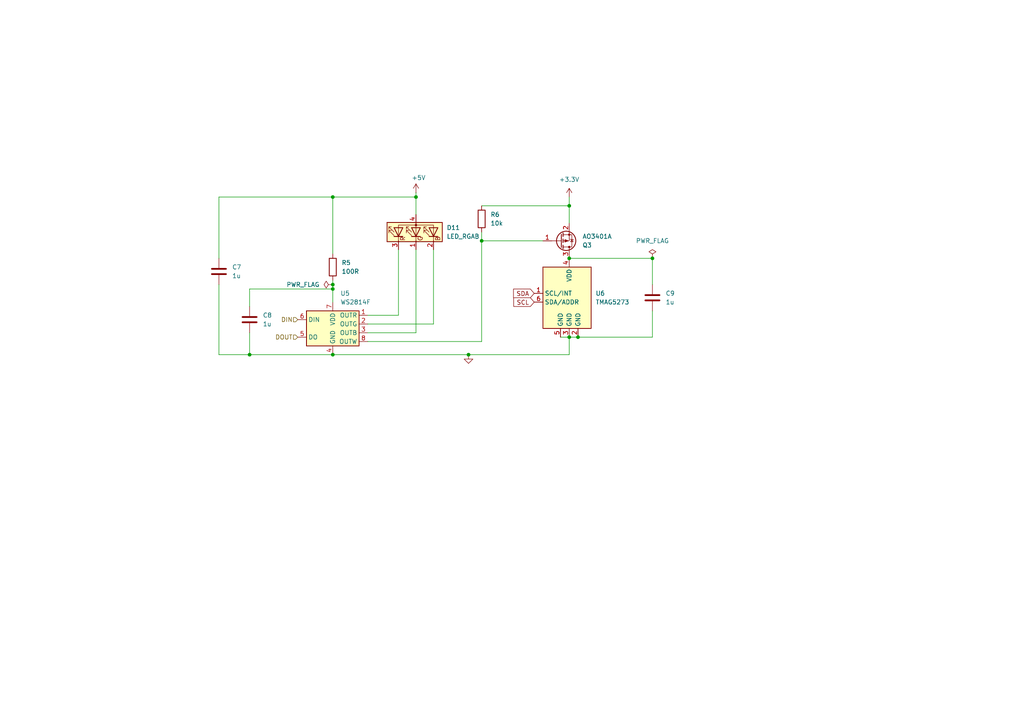
<source format=kicad_sch>
(kicad_sch (version 20231120) (generator "eeschema") (generator_version "8.0")
  (paper "A4")
  (lib_symbols
    (symbol "Device:C" (pin_numbers hide) (pin_names (offset 0.254))
      (property "Reference" "C" (at 0.635 2.54 0))
      (property "Value" "C" (at 0.635 -2.54 0))
      (symbol "C_0_1"
        (polyline (pts (xy -2.032 -0.762) (xy 2.032 -0.762)) (stroke (width 0.508)))
        (polyline (pts (xy -2.032 0.762) (xy 2.032 0.762)) (stroke (width 0.508)))
      )
      (symbol "C_1_1"
        (pin passive line (at 0 3.81 270) (length 2.794) (name "~") (number "1"))
        (pin passive line (at 0 -3.81 90) (length 2.794) (name "~") (number "2"))
      )
    )
    (symbol "Device:LED_GBRA" (pin_names (offset 0) hide)
      (property "Reference" "D" (at 0 9.398 0))
      (property "Value" "LED_GBRA" (at 0 -8.89 0))
      (symbol "LED_GBRA_0_0"
        (text "B" (at -1.905 -6.35 0) (effects (font (size 1.27 1.27))))
        (text "G" (at -1.905 -1.27 0) (effects (font (size 1.27 1.27))))
        (text "R" (at -1.905 3.81 0) (effects (font (size 1.27 1.27))))
      )
      (symbol "LED_GBRA_0_1"
        (polyline (pts (xy -1.27 -5.08) (xy -2.54 -5.08)))
        (polyline (pts (xy -1.27 -5.08) (xy 1.27 -5.08)))
        (polyline (pts (xy -1.27 -3.81) (xy -1.27 -6.35)) (stroke (width 0.254)))
        (polyline (pts (xy -1.27 0) (xy -2.54 0)))
        (polyline (pts (xy -1.27 1.27) (xy -1.27 -1.27)) (stroke (width 0.254)))
        (polyline (pts (xy -1.27 5.08) (xy -2.54 5.08)))
        (polyline (pts (xy -1.27 5.08) (xy 1.27 5.08)))
        (polyline (pts (xy -1.27 6.35) (xy -1.27 3.81)) (stroke (width 0.254)))
        (polyline (pts (xy 1.27 0) (xy -1.27 0)))
        (polyline (pts (xy 1.27 0) (xy 2.54 0)))
        (polyline (pts (xy -1.27 1.27) (xy -1.27 -1.27) (xy -1.27 -1.27)))
        (polyline (pts (xy -1.27 6.35) (xy -1.27 3.81) (xy -1.27 3.81)))
        (polyline (pts (xy 1.27 -5.08) (xy 2.032 -5.08) (xy 2.032 5.08) (xy 1.27 5.08)))
        (polyline (pts (xy 1.27 -3.81) (xy 1.27 -6.35) (xy -1.27 -5.08) (xy 1.27 -3.81)) (stroke (width 0.254)))
        (polyline (pts (xy 1.27 1.27) (xy 1.27 -1.27) (xy -1.27 0) (xy 1.27 1.27)) (stroke (width 0.254)))
        (polyline (pts (xy 1.27 6.35) (xy 1.27 3.81) (xy -1.27 5.08) (xy 1.27 6.35)) (stroke (width 0.254)))
        (polyline (pts (xy -1.016 -3.81) (xy 0.508 -2.286) (xy -0.254 -2.286) (xy 0.508 -2.286) (xy 0.508 -3.048)))
        (polyline (pts (xy -1.016 1.27) (xy 0.508 2.794) (xy -0.254 2.794) (xy 0.508 2.794) (xy 0.508 2.032)))
        (polyline (pts (xy -1.016 6.35) (xy 0.508 7.874) (xy -0.254 7.874) (xy 0.508 7.874) (xy 0.508 7.112)))
        (polyline (pts (xy 0 -3.81) (xy 1.524 -2.286) (xy 0.762 -2.286) (xy 1.524 -2.286) (xy 1.524 -3.048)))
        (polyline (pts (xy 0 1.27) (xy 1.524 2.794) (xy 0.762 2.794) (xy 1.524 2.794) (xy 1.524 2.032)))
        (polyline (pts (xy 0 6.35) (xy 1.524 7.874) (xy 0.762 7.874) (xy 1.524 7.874) (xy 1.524 7.112)))
        (rectangle (start 1.27 -1.27) (end 1.27 1.27))
        (rectangle (start 1.27 1.27) (end 1.27 1.27))
        (rectangle (start 1.27 3.81) (end 1.27 6.35))
        (rectangle (start 1.27 6.35) (end 1.27 6.35))
        (circle (center 2.032 0) (radius 0.254) (fill (type outline)))
        (rectangle (start 2.794 8.382) (end -2.794 -7.62) (stroke (width 0.254)) (fill (type background)))
      )
      (symbol "LED_GBRA_1_1"
        (pin passive line (at -5.08 0 0) (length 2.54) (name "GK") (number "1"))
        (pin passive line (at -5.08 -5.08 0) (length 2.54) (name "BK") (number "2"))
        (pin passive line (at -5.08 5.08 0) (length 2.54) (name "RK") (number "3"))
        (pin passive line (at 5.08 0 180) (length 2.54) (name "A") (number "4"))
      )
    )
    (symbol "Device:R" (pin_numbers hide) (pin_names (offset 0))
      (property "Reference" "R" (at 2.032 0 90))
      (property "Value" "R" (at 0 0 90))
      (symbol "R_0_1"
        (rectangle (start -1.016 -2.54) (end 1.016 2.54) (stroke (width 0.254)))
      )
      (symbol "R_1_1"
        (pin passive line (at 0 3.81 270) (length 1.27) (name "~") (number "1"))
        (pin passive line (at 0 -3.81 90) (length 1.27) (name "~") (number "2"))
      )
    )
    (symbol "Driver_LED:WS2811"
      (property "Reference" "U2" (at 2.1941 10.16 0))
      (property "Value" "WS2811" (at 2.1941 7.62 0))
      (symbol "WS2811_0_1"
        (rectangle (start -7.62 5.08) (end 7.62 -5.08) (stroke (width 0.254)) (fill (type background)))
      )
      (symbol "WS2811_1_1"
        (pin output line (at 10.16 3.81 180) (length 2.54) (name "OUTR") (number "1"))
        (pin output line (at 10.16 1.27 180) (length 2.54) (name "OUTG") (number "2"))
        (pin output line (at 10.16 -1.27 180) (length 2.54) (name "OUTB") (number "3"))
        (pin power_in line (at 0 -7.62 90) (length 2.54) (name "GND") (number "4"))
        (pin output line (at -10.16 -2.54 0) (length 2.54) (name "DO") (number "5"))
        (pin input line (at -10.16 2.54 0) (length 2.54) (name "DIN") (number "6"))
        (pin power_in line (at 0 7.62 270) (length 2.54) (name "VDD") (number "7"))
        (pin output line (at 10.16 -3.81 180) (length 2.54) (name "OUTW") (number "8"))
      )
    )
    (symbol "Sensor_Magnetic:TLV493D"
      (property "Reference" "U" (at -6.35 11.43 0))
      (property "Value" "TLV493D" (at 5.08 11.43 0))
      (symbol "TLV493D_0_1"
        (rectangle (start -7.62 10.16) (end 6.35 -7.62) (stroke (width 0.254)) (fill (type background)))
      )
      (symbol "TLV493D_1_1"
        (pin bidirectional line (at -10.16 2.54 0) (length 2.54) (name "SCL/INT") (number "1"))
        (pin power_in line (at 2.54 -10.16 90) (length 2.54) (name "GND") (number "2"))
        (pin power_in line (at 0 -10.16 90) (length 2.54) (name "GND") (number "3"))
        (pin power_in line (at 0 12.7 270) (length 2.54) (name "VDD") (number "4"))
        (pin power_in line (at -2.54 -10.16 90) (length 2.54) (name "GND") (number "5"))
        (pin bidirectional line (at -10.16 0 0) (length 2.54) (name "SDA/ADDR") (number "6"))
      )
    )
    (symbol "Transistor_FET:AO3401A" (pin_names hide)
      (property "Reference" "Q" (at 5.08 1.905 0))
      (property "Value" "AO3401A" (at 5.08 0 0))
      (symbol "AO3401A_0_1"
        (polyline (pts (xy 0.254 0) (xy -2.54 0)))
        (polyline (pts (xy 0.254 1.905) (xy 0.254 -1.905)) (stroke (width 0.254)))
        (polyline (pts (xy 0.762 -1.27) (xy 0.762 -2.286)) (stroke (width 0.254)))
        (polyline (pts (xy 0.762 0.508) (xy 0.762 -0.508)) (stroke (width 0.254)))
        (polyline (pts (xy 0.762 2.286) (xy 0.762 1.27)) (stroke (width 0.254)))
        (polyline (pts (xy 2.54 2.54) (xy 2.54 1.778)))
        (polyline (pts (xy 2.54 -2.54) (xy 2.54 0) (xy 0.762 0)))
        (polyline (pts (xy 0.762 1.778) (xy 3.302 1.778) (xy 3.302 -1.778) (xy 0.762 -1.778)))
        (polyline (pts (xy 2.286 0) (xy 1.27 0.381) (xy 1.27 -0.381) (xy 2.286 0)) (fill (type outline)))
        (polyline (pts (xy 2.794 -0.508) (xy 2.921 -0.381) (xy 3.683 -0.381) (xy 3.81 -0.254)))
        (polyline (pts (xy 3.302 -0.381) (xy 2.921 0.254) (xy 3.683 0.254) (xy 3.302 -0.381)))
        (circle (center 1.651 0) (radius 2.794) (stroke (width 0.254)))
        (circle (center 2.54 -1.778) (radius 0.254) (fill (type outline)))
        (circle (center 2.54 1.778) (radius 0.254) (fill (type outline)))
      )
      (symbol "AO3401A_1_1"
        (pin input line (at -5.08 0 0) (length 2.54) (name "G") (number "1"))
        (pin passive line (at 2.54 -5.08 90) (length 2.54) (name "S") (number "2"))
        (pin passive line (at 2.54 5.08 270) (length 2.54) (name "D") (number "3"))
      )
    )
    (symbol "power:+3V3" (power) (pin_numbers hide) (pin_names (offset 0) hide)
      (property "Value" "+3V3" (at 0 3.556 0))
      (symbol "+3V3_0_1"
        (polyline (pts (xy -0.762 1.27) (xy 0 2.54)))
        (polyline (pts (xy 0 0) (xy 0 2.54)))
        (polyline (pts (xy 0 2.54) (xy 0.762 1.27)))
      )
      (symbol "+3V3_1_1"
        (pin power_in line (at 0 0 90) (length 0) (name "~") (number "1"))
      )
    )
    (symbol "power:GND" (power) (pin_numbers hide) (pin_names (offset 0) hide)
      (property "Value" "GND" (at 0 -3.81 0))
      (symbol "GND_0_1"
        (polyline (pts (xy 0 0) (xy 0 -1.27) (xy 1.27 -1.27) (xy 0 -2.54) (xy -1.27 -1.27) (xy 0 -1.27)))
      )
      (symbol "GND_1_1"
        (pin power_in line (at 0 0 270) (length 0) (name "~") (number "1"))
      )
    )
    (symbol "power:PWR_FLAG" (power) (pin_numbers hide) (pin_names (offset 0) hide)
      (property "Value" "PWR_FLAG" (at 0 3.81 0))
      (symbol "PWR_FLAG_0_0"
        (pin power_out line (at 0 0 90) (length 0) (name "~") (number "1"))
      )
      (symbol "PWR_FLAG_0_1"
        (polyline (pts (xy 0 0) (xy 0 1.27) (xy -1.016 1.905) (xy 0 2.54) (xy 1.016 1.905) (xy 0 1.27)))
      )
    )
    (symbol "power:VCC" (power) (pin_numbers hide) (pin_names (offset 0) hide)
      (property "Value" "VCC" (at 0 3.556 0))
      (symbol "VCC_0_1"
        (polyline (pts (xy -0.762 1.27) (xy 0 2.54)))
        (polyline (pts (xy 0 0) (xy 0 2.54)))
        (polyline (pts (xy 0 2.54) (xy 0.762 1.27)))
      )
      (symbol "VCC_1_1"
        (pin power_in line (at 0 0 90) (length 0) (name "~") (number "1"))
      )
    )
  )
  (junction (at 189.23 74.93))
  (junction (at 139.7 69.85))
  (junction (at 167.64 97.79))
  (junction (at 165.1 97.79))
  (junction (at 96.52 102.87))
  (junction (at 96.52 83.82))
  (junction (at 165.1 59.69))
  (junction (at 135.89 102.87))
  (junction (at 96.52 57.15))
  (junction (at 165.1 74.93))
  (junction (at 120.65 57.15))
  (junction (at 72.39 102.87))
  (junction (at 96.52 82.55))
  (wire (pts (xy 189.23 90.17) (xy 189.23 97.79)))
  (wire (pts (xy 106.68 99.06) (xy 139.7 99.06)))
  (wire (pts (xy 135.89 102.87) (xy 165.1 102.87)))
  (wire (pts (xy 165.1 97.79) (xy 167.64 97.79)))
  (wire (pts (xy 96.52 81.28) (xy 96.52 82.55)))
  (wire (pts (xy 63.5 82.55) (xy 63.5 102.87)))
  (wire (pts (xy 72.39 102.87) (xy 96.52 102.87)))
  (wire (pts (xy 189.23 74.93) (xy 189.23 82.55)))
  (wire (pts (xy 106.68 96.52) (xy 120.65 96.52)))
  (wire (pts (xy 120.65 57.15) (xy 120.65 62.23)))
  (wire (pts (xy 96.52 83.82) (xy 96.52 87.63)))
  (wire (pts (xy 96.52 57.15) (xy 120.65 57.15)))
  (wire (pts (xy 63.5 57.15) (xy 96.52 57.15)))
  (wire (pts (xy 167.64 97.79) (xy 189.23 97.79)))
  (wire (pts (xy 139.7 69.85) (xy 157.48 69.85)))
  (wire (pts (xy 72.39 96.52) (xy 72.39 102.87)))
  (wire (pts (xy 63.5 74.93) (xy 63.5 57.15)))
  (wire (pts (xy 139.7 69.85) (xy 139.7 99.06)))
  (wire (pts (xy 72.39 88.9) (xy 72.39 83.82)))
  (wire (pts (xy 96.52 82.55) (xy 96.52 83.82)))
  (wire (pts (xy 165.1 74.93) (xy 189.23 74.93)))
  (wire (pts (xy 162.56 97.79) (xy 165.1 97.79)))
  (wire (pts (xy 165.1 57.15) (xy 165.1 59.69)))
  (wire (pts (xy 139.7 67.31) (xy 139.7 69.85)))
  (wire (pts (xy 165.1 59.69) (xy 165.1 64.77)))
  (wire (pts (xy 115.57 91.44) (xy 106.68 91.44)))
  (wire (pts (xy 115.57 72.39) (xy 115.57 91.44)))
  (wire (pts (xy 96.52 102.87) (xy 135.89 102.87)))
  (wire (pts (xy 63.5 102.87) (xy 72.39 102.87)))
  (wire (pts (xy 165.1 97.79) (xy 165.1 102.87)))
  (wire (pts (xy 72.39 83.82) (xy 96.52 83.82)))
  (wire (pts (xy 120.65 72.39) (xy 120.65 96.52)))
  (wire (pts (xy 125.73 72.39) (xy 125.73 93.98)))
  (wire (pts (xy 120.65 55.88) (xy 120.65 57.15)))
  (wire (pts (xy 125.73 93.98) (xy 106.68 93.98)))
  (wire (pts (xy 139.7 59.69) (xy 165.1 59.69)))
  (wire (pts (xy 96.52 57.15) (xy 96.52 73.66)))
  (global_label "SCL" (shape input) (at 154.94 87.63 180) (property "Intersheetrefs" "${INTERSHEET_REFS}" (effects (hide yes))))
  (global_label "SDA" (shape input) (at 154.94 85.09 180) (property "Intersheetrefs" "${INTERSHEET_REFS}" (effects (hide yes))))
  (hierarchical_label "DOUT" (shape input) (at 86.36 97.79 180))
  (hierarchical_label "DIN" (shape input) (at 86.36 92.71 180))
  (symbol (lib_id "Device:LED_GBRA") (at 120.65 67.31 90) (unit 1)
    (property "Reference" "D11" (at 129.54 66.0399 90) (effects (justify right)))
    (property "Value" "LED_RGAB" (at 129.54 68.5799 90) (effects (justify right)))
    (property "Footprint" "LED_SMD:LED_RGB_Wuerth-PLCC4_3.2x2.8mm_150141M173100" (effects (hide yes)))
    (property "Description" "RGB LED, green/blue/red/anode" (effects (hide yes)))
    (property "got" "XINGLIGHT XL-3227RGB-RF" (effects (hide yes)))
    (property "gotnum" "100" (effects (hide yes)))
    (instances (project "chessboard2" (path "" (reference "D11") (unit 1)) (path "" (reference "D9") (unit 1)) (path "" (reference "D10") (unit 1)) (path "" (reference "D12") (unit 1)) (path "" (reference "D13") (unit 1)) (path "" (reference "D14") (unit 1)) (path "" (reference "D15") (unit 1)) (path "" (reference "D16") (unit 1))))
  )
  (symbol (lib_id "Device:C") (at 63.5 78.74 0) (unit 1)
    (property "Reference" "C7" (at 67.31 77.4699 0) (effects (justify left)))
    (property "Value" "1u" (at 67.31 80.0099 0) (effects (justify left)))
    (property "Footprint" "Capacitor_SMD:C_0603_1608Metric_Pad1.08x0.95mm_HandSolder" (effects (hide yes)))
    (property "Description" "Unpolarized capacitor" (effects (hide yes)))
    (property "got" "CL10A105KB8NNNC" (effects (hide yes)))
    (property "gotnum" "600" (effects (hide yes)))
    (instances (project "chessboard2" (path "" (reference "C7") (unit 1)) (path "" (reference "C19") (unit 1)) (path "" (reference "C22") (unit 1)) (path "" (reference "C16") (unit 1)) (path "" (reference "C13") (unit 1)) (path "" (reference "C1") (unit 1)) (path "" (reference "C10") (unit 1)) (path "" (reference "C4") (unit 1))))
  )
  (symbol (lib_id "power:PWR_FLAG") (at 189.23 74.93 0) (unit 1)
    (property "Reference" "#FLG04" (effects (hide yes)))
    (property "Value" "PWR_FLAG" (at 189.23 69.85 0))
    (property "Description" "Special symbol for telling ERC where power comes from" (effects (hide yes)))
    (instances (project "chessboard2" (path "" (reference "#FLG04") (unit 1)) (path "" (reference "#FLG05") (unit 1)) (path "" (reference "#FLG06") (unit 1)) (path "" (reference "#FLG07") (unit 1)) (path "" (reference "#FLG08") (unit 1)) (path "" (reference "#FLG09") (unit 1)) (path "" (reference "#FLG010") (unit 1)) (path "" (reference "#FLG011") (unit 1))))
  )
  (symbol (lib_id "power:GND") (at 135.89 102.87 0) (unit 1)
    (property "Reference" "#PWR010" (effects (hide yes)))
    (property "Value" "GND" (effects (hide yes)))
    (property "Description" "Power symbol creates a global label with name \"GND\" , ground" (effects (hide yes)))
    (instances (project "chessboard2" (path "" (reference "#PWR010") (unit 1)) (path "" (reference "#PWR022") (unit 1)) (path "" (reference "#PWR025") (unit 1)) (path "" (reference "#PWR019") (unit 1)) (path "" (reference "#PWR016") (unit 1)) (path "" (reference "#PWR02") (unit 1)) (path "" (reference "#PWR013") (unit 1)) (path "" (reference "#PWR07") (unit 1))))
  )
  (symbol (lib_id "power:PWR_FLAG") (at 96.52 82.55 90) (unit 1)
    (property "Reference" "#FLG012" (effects (hide yes)))
    (property "Value" "PWR_FLAG" (at 92.71 82.5499 90) (effects (justify left)))
    (property "Description" "Special symbol for telling ERC where power comes from" (effects (hide yes)))
    (instances (project "chessboard2" (path "" (reference "#FLG012") (unit 1)) (path "" (reference "#FLG013") (unit 1)) (path "" (reference "#FLG014") (unit 1)) (path "" (reference "#FLG015") (unit 1)) (path "" (reference "#FLG016") (unit 1)) (path "" (reference "#FLG017") (unit 1)) (path "" (reference "#FLG018") (unit 1)) (path "" (reference "#FLG019") (unit 1))))
  )
  (symbol (lib_id "Device:R") (at 96.52 77.47 0) (unit 1)
    (property "Reference" "R5" (at 99.06 76.1999 0) (effects (justify left)))
    (property "Value" "100R" (at 99.06 78.7399 0) (effects (justify left)))
    (property "Footprint" "Resistor_SMD:R_0603_1608Metric_Pad0.98x0.95mm_HandSolder" (effects (hide yes)))
    (property "Description" "Resistor" (effects (hide yes)))
    (property "got" " RC0603FR-07100RL" (effects (hide yes)))
    (property "gotnum" "1000" (effects (hide yes)))
    (instances (project "chessboard2" (path "" (reference "R5") (unit 1)) (path "" (reference "R13") (unit 1)) (path "" (reference "R15") (unit 1)) (path "" (reference "R11") (unit 1)) (path "" (reference "R9") (unit 1)) (path "" (reference "R1") (unit 1)) (path "" (reference "R7") (unit 1)) (path "" (reference "R3") (unit 1))))
  )
  (symbol (lib_id "Driver_LED:WS2811") (at 96.52 95.25 0) (unit 1)
    (property "Reference" "U5" (at 98.7141 85.09 0) (effects (justify left)))
    (property "Value" "WS2814F" (at 98.7141 87.63 0) (effects (justify left)))
    (property "Footprint" "0chessbot:FSOP-8" (effects (hide yes)))
    (property "Datasheet" "https://cdn-shop.adafruit.com/datasheets/WS2811.pdf" (effects (hide yes)))
    (property "Description" "3-Channel 8-Bit PWM LED Driver, DIP-8/SOIC-8" (effects (hide yes)))
    (property "got" "WS2814F" (effects (hide yes)))
    (property "gotnum" "100" (effects (hide yes)))
    (instances (project "chessboard2" (path "" (reference "U5") (unit 1)) (path "" (reference "U13") (unit 1)) (path "" (reference "U15") (unit 1)) (path "" (reference "U11") (unit 1)) (path "" (reference "U9") (unit 1)) (path "" (reference "U1") (unit 1)) (path "" (reference "U7") (unit 1)) (path "" (reference "U3") (unit 1))))
  )
  (symbol (lib_id "power:VCC") (at 120.65 55.88 0) (unit 1)
    (property "Reference" "#PWR09" (effects (hide yes)))
    (property "Value" "+5V" (at 119.38 51.562 0) (effects (justify left)))
    (property "Description" "Power symbol creates a global label with name \"VCC\"" (effects (hide yes)))
    (instances (project "chessboard2" (path "" (reference "#PWR09") (unit 1)) (path "" (reference "#PWR021") (unit 1)) (path "" (reference "#PWR024") (unit 1)) (path "" (reference "#PWR018") (unit 1)) (path "" (reference "#PWR015") (unit 1)) (path "" (reference "#PWR01") (unit 1)) (path "" (reference "#PWR012") (unit 1)) (path "" (reference "#PWR06") (unit 1))))
  )
  (symbol (lib_id "Transistor_FET:AO3401A") (at 162.56 69.85 0) (mirror x) (unit 1)
    (property "Reference" "Q3" (at 168.91 71.1201 0) (effects (justify left)))
    (property "Value" "AO3401A" (at 168.91 68.5801 0) (effects (justify left)))
    (property "Footprint" "Package_TO_SOT_SMD:SOT-23_Handsoldering" (effects (hide yes)))
    (property "Datasheet" "http://www.aosmd.com/pdfs/datasheet/AO3401A.pdf" (effects (hide yes)))
    (property "Description" "-4.0A Id, -30V Vds, P-Channel MOSFET, SOT-23" (effects (hide yes)))
    (property "got" "AO3401A" (effects (hide yes)))
    (property "gotnum" "100" (effects (hide yes)))
    (instances (project "chessboard2" (path "" (reference "Q3") (unit 1)) (path "" (reference "Q7") (unit 1)) (path "" (reference "Q8") (unit 1)) (path "" (reference "Q6") (unit 1)) (path "" (reference "Q5") (unit 1)) (path "" (reference "Q1") (unit 1)) (path "" (reference "Q4") (unit 1)) (path "" (reference "Q2") (unit 1))))
  )
  (symbol (lib_id "power:+3V3") (at 165.1 57.15 0) (unit 1)
    (property "Reference" "#PWR011" (effects (hide yes)))
    (property "Value" "+3.3V" (at 165.1 52.07 0))
    (property "Description" "Power symbol creates a global label with name \"+3V3\"" (effects (hide yes)))
    (instances (project "chessboard2" (path "" (reference "#PWR011") (unit 1)) (path "" (reference "#PWR023") (unit 1)) (path "" (reference "#PWR026") (unit 1)) (path "" (reference "#PWR020") (unit 1)) (path "" (reference "#PWR017") (unit 1)) (path "" (reference "#PWR03") (unit 1)) (path "" (reference "#PWR014") (unit 1)) (path "" (reference "#PWR08") (unit 1))))
  )
  (symbol (lib_id "Device:C") (at 72.39 92.71 0) (unit 1)
    (property "Reference" "C8" (at 76.2 91.4399 0) (effects (justify left)))
    (property "Value" "1u" (at 76.2 93.9799 0) (effects (justify left)))
    (property "Footprint" "Capacitor_SMD:C_0603_1608Metric_Pad1.08x0.95mm_HandSolder" (effects (hide yes)))
    (property "Description" "Unpolarized capacitor" (effects (hide yes)))
    (property "got" "CL10A105KB8NNNC" (effects (hide yes)))
    (property "gotnum" "600" (effects (hide yes)))
    (instances (project "chessboard2" (path "" (reference "C8") (unit 1)) (path "" (reference "C20") (unit 1)) (path "" (reference "C23") (unit 1)) (path "" (reference "C17") (unit 1)) (path "" (reference "C14") (unit 1)) (path "" (reference "C2") (unit 1)) (path "" (reference "C11") (unit 1)) (path "" (reference "C5") (unit 1))))
  )
  (symbol (lib_id "Device:C") (at 189.23 86.36 0) (unit 1)
    (property "Reference" "C9" (at 193.04 85.0899 0) (effects (justify left)))
    (property "Value" "1u" (at 193.04 87.6299 0) (effects (justify left)))
    (property "Footprint" "Capacitor_SMD:C_0603_1608Metric_Pad1.08x0.95mm_HandSolder" (effects (hide yes)))
    (property "Description" "Unpolarized capacitor" (effects (hide yes)))
    (property "got" "CL10A105KB8NNNC" (effects (hide yes)))
    (property "gotnum" "600" (effects (hide yes)))
    (instances (project "chessboard2" (path "" (reference "C9") (unit 1)) (path "" (reference "C21") (unit 1)) (path "" (reference "C24") (unit 1)) (path "" (reference "C18") (unit 1)) (path "" (reference "C15") (unit 1)) (path "" (reference "C3") (unit 1)) (path "" (reference "C12") (unit 1)) (path "" (reference "C6") (unit 1))))
  )
  (symbol (lib_id "Device:R") (at 139.7 63.5 180) (unit 1)
    (property "Reference" "R6" (at 142.24 62.2299 0) (effects (justify right)))
    (property "Value" "10k" (at 142.24 64.7699 0) (effects (justify right)))
    (property "Footprint" "Resistor_SMD:R_0603_1608Metric_Pad0.98x0.95mm_HandSolder" (effects (hide yes)))
    (property "Description" "Resistor" (effects (hide yes)))
    (property "got" " RC0603FR-0710KL" (effects (hide yes)))
    (property "gotnum" "1000" (effects (hide yes)))
    (instances (project "chessboard2" (path "" (reference "R6") (unit 1)) (path "" (reference "R14") (unit 1)) (path "" (reference "R16") (unit 1)) (path "" (reference "R12") (unit 1)) (path "" (reference "R10") (unit 1)) (path "" (reference "R2") (unit 1)) (path "" (reference "R8") (unit 1)) (path "" (reference "R4") (unit 1))))
  )
  (symbol (lib_id "Sensor_Magnetic:TLV493D") (at 165.1 87.63 0) (unit 1)
    (property "Reference" "U6" (at 172.72 85.0899 0) (effects (justify left)))
    (property "Value" "TMAG5273" (at 172.72 87.6299 0) (effects (justify left)))
    (property "Footprint" "Package_TO_SOT_SMD:SOT-23-6_Handsoldering" (effects (hide yes)))
    (property "Datasheet" "http://www.infineon.com/dgdl/Infineon-TLV493D-A1B6-DS-v01_00-EN.pdf?fileId=5546d462525dbac40152a6b85c760e80" (effects (hide yes)))
    (property "Description" "Low power 3D magnetic sensor, I2C interface, SOT-23-6" (effects (hide yes)))
    (property "got" "TMAG5273A2QDBVR" (effects (hide yes)))
    (property "gotnum" "100" (effects (hide yes)))
    (instances (project "chessboard2" (path "" (reference "U6") (unit 1)) (path "" (reference "U14") (unit 1)) (path "" (reference "U16") (unit 1)) (path "" (reference "U12") (unit 1)) (path "" (reference "U10") (unit 1)) (path "" (reference "U2") (unit 1)) (path "" (reference "U8") (unit 1)) (path "" (reference "U4") (unit 1))))
  )
)
</source>
